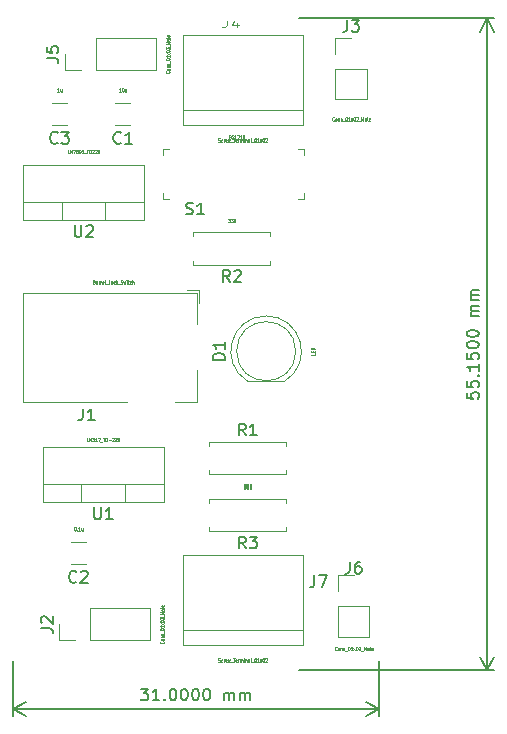
<source format=gbr>
%TF.GenerationSoftware,KiCad,Pcbnew,(6.0.7-1)-1*%
%TF.CreationDate,2022-08-03T11:09:00+05:30*%
%TF.ProjectId,Project2_Udemy,50726f6a-6563-4743-925f-5564656d792e,rev?*%
%TF.SameCoordinates,Original*%
%TF.FileFunction,Legend,Top*%
%TF.FilePolarity,Positive*%
%FSLAX46Y46*%
G04 Gerber Fmt 4.6, Leading zero omitted, Abs format (unit mm)*
G04 Created by KiCad (PCBNEW (6.0.7-1)-1) date 2022-08-03 11:09:00*
%MOMM*%
%LPD*%
G01*
G04 APERTURE LIST*
%ADD10C,0.150000*%
%ADD11C,0.062500*%
%ADD12C,0.125000*%
%ADD13C,0.120000*%
%ADD14C,0.100000*%
G04 APERTURE END LIST*
D10*
X169272380Y-98890238D02*
X169272380Y-99366428D01*
X169748571Y-99414047D01*
X169700952Y-99366428D01*
X169653333Y-99271190D01*
X169653333Y-99033095D01*
X169700952Y-98937857D01*
X169748571Y-98890238D01*
X169843809Y-98842619D01*
X170081904Y-98842619D01*
X170177142Y-98890238D01*
X170224761Y-98937857D01*
X170272380Y-99033095D01*
X170272380Y-99271190D01*
X170224761Y-99366428D01*
X170177142Y-99414047D01*
X169272380Y-97937857D02*
X169272380Y-98414047D01*
X169748571Y-98461666D01*
X169700952Y-98414047D01*
X169653333Y-98318809D01*
X169653333Y-98080714D01*
X169700952Y-97985476D01*
X169748571Y-97937857D01*
X169843809Y-97890238D01*
X170081904Y-97890238D01*
X170177142Y-97937857D01*
X170224761Y-97985476D01*
X170272380Y-98080714D01*
X170272380Y-98318809D01*
X170224761Y-98414047D01*
X170177142Y-98461666D01*
X170177142Y-97461666D02*
X170224761Y-97414047D01*
X170272380Y-97461666D01*
X170224761Y-97509285D01*
X170177142Y-97461666D01*
X170272380Y-97461666D01*
X170272380Y-96461666D02*
X170272380Y-97033095D01*
X170272380Y-96747380D02*
X169272380Y-96747380D01*
X169415238Y-96842619D01*
X169510476Y-96937857D01*
X169558095Y-97033095D01*
X169272380Y-95556904D02*
X169272380Y-96033095D01*
X169748571Y-96080714D01*
X169700952Y-96033095D01*
X169653333Y-95937857D01*
X169653333Y-95699761D01*
X169700952Y-95604523D01*
X169748571Y-95556904D01*
X169843809Y-95509285D01*
X170081904Y-95509285D01*
X170177142Y-95556904D01*
X170224761Y-95604523D01*
X170272380Y-95699761D01*
X170272380Y-95937857D01*
X170224761Y-96033095D01*
X170177142Y-96080714D01*
X169272380Y-94890238D02*
X169272380Y-94795000D01*
X169320000Y-94699761D01*
X169367619Y-94652142D01*
X169462857Y-94604523D01*
X169653333Y-94556904D01*
X169891428Y-94556904D01*
X170081904Y-94604523D01*
X170177142Y-94652142D01*
X170224761Y-94699761D01*
X170272380Y-94795000D01*
X170272380Y-94890238D01*
X170224761Y-94985476D01*
X170177142Y-95033095D01*
X170081904Y-95080714D01*
X169891428Y-95128333D01*
X169653333Y-95128333D01*
X169462857Y-95080714D01*
X169367619Y-95033095D01*
X169320000Y-94985476D01*
X169272380Y-94890238D01*
X169272380Y-93937857D02*
X169272380Y-93842619D01*
X169320000Y-93747380D01*
X169367619Y-93699761D01*
X169462857Y-93652142D01*
X169653333Y-93604523D01*
X169891428Y-93604523D01*
X170081904Y-93652142D01*
X170177142Y-93699761D01*
X170224761Y-93747380D01*
X170272380Y-93842619D01*
X170272380Y-93937857D01*
X170224761Y-94033095D01*
X170177142Y-94080714D01*
X170081904Y-94128333D01*
X169891428Y-94175952D01*
X169653333Y-94175952D01*
X169462857Y-94128333D01*
X169367619Y-94080714D01*
X169320000Y-94033095D01*
X169272380Y-93937857D01*
X170272380Y-92414047D02*
X169605714Y-92414047D01*
X169700952Y-92414047D02*
X169653333Y-92366428D01*
X169605714Y-92271190D01*
X169605714Y-92128333D01*
X169653333Y-92033095D01*
X169748571Y-91985476D01*
X170272380Y-91985476D01*
X169748571Y-91985476D02*
X169653333Y-91937857D01*
X169605714Y-91842619D01*
X169605714Y-91699761D01*
X169653333Y-91604523D01*
X169748571Y-91556904D01*
X170272380Y-91556904D01*
X170272380Y-91080714D02*
X169605714Y-91080714D01*
X169700952Y-91080714D02*
X169653333Y-91033095D01*
X169605714Y-90937857D01*
X169605714Y-90795000D01*
X169653333Y-90699761D01*
X169748571Y-90652142D01*
X170272380Y-90652142D01*
X169748571Y-90652142D02*
X169653333Y-90604523D01*
X169605714Y-90509285D01*
X169605714Y-90366428D01*
X169653333Y-90271190D01*
X169748571Y-90223571D01*
X170272380Y-90223571D01*
X155080000Y-67220000D02*
X171556420Y-67220000D01*
X155080000Y-122370000D02*
X171556420Y-122370000D01*
X170970000Y-67220000D02*
X170970000Y-122370000D01*
X170970000Y-67220000D02*
X170970000Y-122370000D01*
X170970000Y-67220000D02*
X170383579Y-68346504D01*
X170970000Y-67220000D02*
X171556421Y-68346504D01*
X170970000Y-122370000D02*
X171556421Y-121243496D01*
X170970000Y-122370000D02*
X170383579Y-121243496D01*
X141672407Y-123955748D02*
X142291454Y-123955948D01*
X141957998Y-124336793D01*
X142100855Y-124336839D01*
X142196078Y-124384488D01*
X142243682Y-124432123D01*
X142291270Y-124527376D01*
X142291193Y-124765472D01*
X142243543Y-124860694D01*
X142195909Y-124908298D01*
X142100656Y-124955886D01*
X141814941Y-124955794D01*
X141719719Y-124908144D01*
X141672115Y-124860510D01*
X143243513Y-124956255D02*
X142672084Y-124956071D01*
X142957798Y-124956163D02*
X142958121Y-123956163D01*
X142862837Y-124098989D01*
X142767568Y-124194197D01*
X142672315Y-124241785D01*
X143672115Y-124861155D02*
X143719718Y-124908790D01*
X143672084Y-124956393D01*
X143624480Y-124908759D01*
X143672115Y-124861155D01*
X143672084Y-124956393D01*
X144339073Y-123956608D02*
X144434311Y-123956639D01*
X144529534Y-124004289D01*
X144577138Y-124051923D01*
X144624726Y-124147177D01*
X144672284Y-124337668D01*
X144672207Y-124575763D01*
X144624526Y-124766224D01*
X144576877Y-124861447D01*
X144529242Y-124909051D01*
X144433989Y-124956639D01*
X144338751Y-124956608D01*
X144243528Y-124908959D01*
X144195924Y-124861324D01*
X144148336Y-124766071D01*
X144100778Y-124575579D01*
X144100855Y-124337484D01*
X144148536Y-124147023D01*
X144196185Y-124051800D01*
X144243820Y-124004197D01*
X144339073Y-123956608D01*
X145291454Y-123956916D02*
X145386692Y-123956946D01*
X145481915Y-124004596D01*
X145529519Y-124052230D01*
X145577107Y-124147484D01*
X145624665Y-124337975D01*
X145624588Y-124576071D01*
X145576907Y-124766531D01*
X145529258Y-124861754D01*
X145481623Y-124909358D01*
X145386370Y-124956946D01*
X145291132Y-124956915D01*
X145195909Y-124909266D01*
X145148305Y-124861631D01*
X145100717Y-124766378D01*
X145053159Y-124575886D01*
X145053236Y-124337791D01*
X145100917Y-124147330D01*
X145148566Y-124052108D01*
X145196201Y-124004504D01*
X145291454Y-123956916D01*
X146243835Y-123957223D02*
X146339073Y-123957253D01*
X146434296Y-124004903D01*
X146481900Y-124052538D01*
X146529488Y-124147791D01*
X146577045Y-124338283D01*
X146576969Y-124576378D01*
X146529288Y-124766839D01*
X146481638Y-124862061D01*
X146434004Y-124909665D01*
X146338751Y-124957253D01*
X146243512Y-124957223D01*
X146148290Y-124909573D01*
X146100686Y-124861939D01*
X146053098Y-124766685D01*
X146005540Y-124576194D01*
X146005617Y-124338098D01*
X146053297Y-124147637D01*
X146100947Y-124052415D01*
X146148582Y-124004811D01*
X146243835Y-123957223D01*
X147196216Y-123957530D02*
X147291454Y-123957561D01*
X147386677Y-124005210D01*
X147434280Y-124052845D01*
X147481869Y-124148098D01*
X147529426Y-124338590D01*
X147529350Y-124576685D01*
X147481669Y-124767146D01*
X147434019Y-124862369D01*
X147386385Y-124909972D01*
X147291131Y-124957561D01*
X147195893Y-124957530D01*
X147100671Y-124909880D01*
X147053067Y-124862246D01*
X147005479Y-124766992D01*
X146957921Y-124576501D01*
X146957998Y-124338406D01*
X147005678Y-124147945D01*
X147053328Y-124052722D01*
X147100963Y-124005118D01*
X147196216Y-123957530D01*
X148719703Y-124958021D02*
X148719918Y-124291355D01*
X148719887Y-124386593D02*
X148767522Y-124338989D01*
X148862775Y-124291401D01*
X149005632Y-124291447D01*
X149100855Y-124339097D01*
X149148443Y-124434350D01*
X149148274Y-124958160D01*
X149148443Y-124434350D02*
X149196093Y-124339128D01*
X149291346Y-124291539D01*
X149434204Y-124291585D01*
X149529426Y-124339235D01*
X149577015Y-124434488D01*
X149576846Y-124958298D01*
X150053036Y-124958452D02*
X150053251Y-124291785D01*
X150053220Y-124387023D02*
X150100855Y-124339419D01*
X150196108Y-124291831D01*
X150338965Y-124291877D01*
X150434188Y-124339527D01*
X150481776Y-124434780D01*
X150481607Y-124958590D01*
X150481776Y-124434780D02*
X150529426Y-124339558D01*
X150624680Y-124291969D01*
X150767537Y-124292015D01*
X150862760Y-124339665D01*
X150910348Y-124434919D01*
X150910179Y-124958728D01*
X130839839Y-121580000D02*
X130838337Y-126236293D01*
X161839839Y-121590000D02*
X161838337Y-126246293D01*
X130838526Y-125649873D02*
X161838526Y-125659873D01*
X130838526Y-125649873D02*
X161838526Y-125659873D01*
X130838526Y-125649873D02*
X131964841Y-126236657D01*
X130838526Y-125649873D02*
X131965219Y-125063816D01*
X161838526Y-125659873D02*
X160712211Y-125073089D01*
X161838526Y-125659873D02*
X160711833Y-126245930D01*
%TO.C,C3*%
X134613333Y-77729142D02*
X134565714Y-77776761D01*
X134422857Y-77824380D01*
X134327619Y-77824380D01*
X134184761Y-77776761D01*
X134089523Y-77681523D01*
X134041904Y-77586285D01*
X133994285Y-77395809D01*
X133994285Y-77252952D01*
X134041904Y-77062476D01*
X134089523Y-76967238D01*
X134184761Y-76872000D01*
X134327619Y-76824380D01*
X134422857Y-76824380D01*
X134565714Y-76872000D01*
X134613333Y-76919619D01*
X134946666Y-76824380D02*
X135565714Y-76824380D01*
X135232380Y-77205333D01*
X135375238Y-77205333D01*
X135470476Y-77252952D01*
X135518095Y-77300571D01*
X135565714Y-77395809D01*
X135565714Y-77633904D01*
X135518095Y-77729142D01*
X135470476Y-77776761D01*
X135375238Y-77824380D01*
X135089523Y-77824380D01*
X134994285Y-77776761D01*
X134946666Y-77729142D01*
D11*
X134738333Y-73407714D02*
X134595476Y-73407714D01*
X134666904Y-73407714D02*
X134666904Y-73107714D01*
X134643095Y-73150571D01*
X134619285Y-73179142D01*
X134595476Y-73193428D01*
X134952619Y-73207714D02*
X134952619Y-73407714D01*
X134845476Y-73207714D02*
X134845476Y-73364857D01*
X134857380Y-73393428D01*
X134881190Y-73407714D01*
X134916904Y-73407714D01*
X134940714Y-73393428D01*
X134952619Y-73379142D01*
D10*
%TO.C,J7*%
X156356666Y-114362380D02*
X156356666Y-115076666D01*
X156309047Y-115219523D01*
X156213809Y-115314761D01*
X156070952Y-115362380D01*
X155975714Y-115362380D01*
X156737619Y-114362380D02*
X157404285Y-114362380D01*
X156975714Y-115362380D01*
D11*
X148214476Y-121671428D02*
X148250190Y-121685714D01*
X148309714Y-121685714D01*
X148333523Y-121671428D01*
X148345428Y-121657142D01*
X148357333Y-121628571D01*
X148357333Y-121600000D01*
X148345428Y-121571428D01*
X148333523Y-121557142D01*
X148309714Y-121542857D01*
X148262095Y-121528571D01*
X148238285Y-121514285D01*
X148226380Y-121500000D01*
X148214476Y-121471428D01*
X148214476Y-121442857D01*
X148226380Y-121414285D01*
X148238285Y-121400000D01*
X148262095Y-121385714D01*
X148321619Y-121385714D01*
X148357333Y-121400000D01*
X148571619Y-121671428D02*
X148547809Y-121685714D01*
X148500190Y-121685714D01*
X148476380Y-121671428D01*
X148464476Y-121657142D01*
X148452571Y-121628571D01*
X148452571Y-121542857D01*
X148464476Y-121514285D01*
X148476380Y-121500000D01*
X148500190Y-121485714D01*
X148547809Y-121485714D01*
X148571619Y-121500000D01*
X148678761Y-121685714D02*
X148678761Y-121485714D01*
X148678761Y-121542857D02*
X148690666Y-121514285D01*
X148702571Y-121500000D01*
X148726380Y-121485714D01*
X148750190Y-121485714D01*
X148928761Y-121671428D02*
X148904952Y-121685714D01*
X148857333Y-121685714D01*
X148833523Y-121671428D01*
X148821619Y-121642857D01*
X148821619Y-121528571D01*
X148833523Y-121500000D01*
X148857333Y-121485714D01*
X148904952Y-121485714D01*
X148928761Y-121500000D01*
X148940666Y-121528571D01*
X148940666Y-121557142D01*
X148821619Y-121585714D01*
X149024000Y-121485714D02*
X149071619Y-121685714D01*
X149119238Y-121542857D01*
X149166857Y-121685714D01*
X149214476Y-121485714D01*
X149250190Y-121714285D02*
X149440666Y-121714285D01*
X149464476Y-121385714D02*
X149607333Y-121385714D01*
X149535904Y-121685714D02*
X149535904Y-121385714D01*
X149785904Y-121671428D02*
X149762095Y-121685714D01*
X149714476Y-121685714D01*
X149690666Y-121671428D01*
X149678761Y-121642857D01*
X149678761Y-121528571D01*
X149690666Y-121500000D01*
X149714476Y-121485714D01*
X149762095Y-121485714D01*
X149785904Y-121500000D01*
X149797809Y-121528571D01*
X149797809Y-121557142D01*
X149678761Y-121585714D01*
X149904952Y-121685714D02*
X149904952Y-121485714D01*
X149904952Y-121542857D02*
X149916857Y-121514285D01*
X149928761Y-121500000D01*
X149952571Y-121485714D01*
X149976380Y-121485714D01*
X150059714Y-121685714D02*
X150059714Y-121485714D01*
X150059714Y-121514285D02*
X150071619Y-121500000D01*
X150095428Y-121485714D01*
X150131142Y-121485714D01*
X150154952Y-121500000D01*
X150166857Y-121528571D01*
X150166857Y-121685714D01*
X150166857Y-121528571D02*
X150178761Y-121500000D01*
X150202571Y-121485714D01*
X150238285Y-121485714D01*
X150262095Y-121500000D01*
X150274000Y-121528571D01*
X150274000Y-121685714D01*
X150393047Y-121685714D02*
X150393047Y-121485714D01*
X150393047Y-121385714D02*
X150381142Y-121400000D01*
X150393047Y-121414285D01*
X150404952Y-121400000D01*
X150393047Y-121385714D01*
X150393047Y-121414285D01*
X150512095Y-121485714D02*
X150512095Y-121685714D01*
X150512095Y-121514285D02*
X150524000Y-121500000D01*
X150547809Y-121485714D01*
X150583523Y-121485714D01*
X150607333Y-121500000D01*
X150619238Y-121528571D01*
X150619238Y-121685714D01*
X150845428Y-121685714D02*
X150845428Y-121528571D01*
X150833523Y-121500000D01*
X150809714Y-121485714D01*
X150762095Y-121485714D01*
X150738285Y-121500000D01*
X150845428Y-121671428D02*
X150821619Y-121685714D01*
X150762095Y-121685714D01*
X150738285Y-121671428D01*
X150726380Y-121642857D01*
X150726380Y-121614285D01*
X150738285Y-121585714D01*
X150762095Y-121571428D01*
X150821619Y-121571428D01*
X150845428Y-121557142D01*
X151000190Y-121685714D02*
X150976380Y-121671428D01*
X150964476Y-121642857D01*
X150964476Y-121385714D01*
X151035904Y-121714285D02*
X151226380Y-121714285D01*
X151333523Y-121385714D02*
X151357333Y-121385714D01*
X151381142Y-121400000D01*
X151393047Y-121414285D01*
X151404952Y-121442857D01*
X151416857Y-121500000D01*
X151416857Y-121571428D01*
X151404952Y-121628571D01*
X151393047Y-121657142D01*
X151381142Y-121671428D01*
X151357333Y-121685714D01*
X151333523Y-121685714D01*
X151309714Y-121671428D01*
X151297809Y-121657142D01*
X151285904Y-121628571D01*
X151274000Y-121571428D01*
X151274000Y-121500000D01*
X151285904Y-121442857D01*
X151297809Y-121414285D01*
X151309714Y-121400000D01*
X151333523Y-121385714D01*
X151654952Y-121685714D02*
X151512095Y-121685714D01*
X151583523Y-121685714D02*
X151583523Y-121385714D01*
X151559714Y-121428571D01*
X151535904Y-121457142D01*
X151512095Y-121471428D01*
X151738285Y-121685714D02*
X151869238Y-121485714D01*
X151738285Y-121485714D02*
X151869238Y-121685714D01*
X152012095Y-121385714D02*
X152035904Y-121385714D01*
X152059714Y-121400000D01*
X152071619Y-121414285D01*
X152083523Y-121442857D01*
X152095428Y-121500000D01*
X152095428Y-121571428D01*
X152083523Y-121628571D01*
X152071619Y-121657142D01*
X152059714Y-121671428D01*
X152035904Y-121685714D01*
X152012095Y-121685714D01*
X151988285Y-121671428D01*
X151976380Y-121657142D01*
X151964476Y-121628571D01*
X151952571Y-121571428D01*
X151952571Y-121500000D01*
X151964476Y-121442857D01*
X151976380Y-121414285D01*
X151988285Y-121400000D01*
X152012095Y-121385714D01*
X152190666Y-121414285D02*
X152202571Y-121400000D01*
X152226380Y-121385714D01*
X152285904Y-121385714D01*
X152309714Y-121400000D01*
X152321619Y-121414285D01*
X152333523Y-121442857D01*
X152333523Y-121471428D01*
X152321619Y-121514285D01*
X152178761Y-121685714D01*
X152333523Y-121685714D01*
D10*
%TO.C,J6*%
X159356666Y-113222380D02*
X159356666Y-113936666D01*
X159309047Y-114079523D01*
X159213809Y-114174761D01*
X159070952Y-114222380D01*
X158975714Y-114222380D01*
X160261428Y-113222380D02*
X160070952Y-113222380D01*
X159975714Y-113270000D01*
X159928095Y-113317619D01*
X159832857Y-113460476D01*
X159785238Y-113650952D01*
X159785238Y-114031904D01*
X159832857Y-114127142D01*
X159880476Y-114174761D01*
X159975714Y-114222380D01*
X160166190Y-114222380D01*
X160261428Y-114174761D01*
X160309047Y-114127142D01*
X160356666Y-114031904D01*
X160356666Y-113793809D01*
X160309047Y-113698571D01*
X160261428Y-113650952D01*
X160166190Y-113603333D01*
X159975714Y-113603333D01*
X159880476Y-113650952D01*
X159832857Y-113698571D01*
X159785238Y-113793809D01*
D11*
X158231666Y-120687142D02*
X158219761Y-120701428D01*
X158184047Y-120715714D01*
X158160238Y-120715714D01*
X158124523Y-120701428D01*
X158100714Y-120672857D01*
X158088809Y-120644285D01*
X158076904Y-120587142D01*
X158076904Y-120544285D01*
X158088809Y-120487142D01*
X158100714Y-120458571D01*
X158124523Y-120430000D01*
X158160238Y-120415714D01*
X158184047Y-120415714D01*
X158219761Y-120430000D01*
X158231666Y-120444285D01*
X158374523Y-120715714D02*
X158350714Y-120701428D01*
X158338809Y-120687142D01*
X158326904Y-120658571D01*
X158326904Y-120572857D01*
X158338809Y-120544285D01*
X158350714Y-120530000D01*
X158374523Y-120515714D01*
X158410238Y-120515714D01*
X158434047Y-120530000D01*
X158445952Y-120544285D01*
X158457857Y-120572857D01*
X158457857Y-120658571D01*
X158445952Y-120687142D01*
X158434047Y-120701428D01*
X158410238Y-120715714D01*
X158374523Y-120715714D01*
X158565000Y-120515714D02*
X158565000Y-120715714D01*
X158565000Y-120544285D02*
X158576904Y-120530000D01*
X158600714Y-120515714D01*
X158636428Y-120515714D01*
X158660238Y-120530000D01*
X158672142Y-120558571D01*
X158672142Y-120715714D01*
X158791190Y-120515714D02*
X158791190Y-120715714D01*
X158791190Y-120544285D02*
X158803095Y-120530000D01*
X158826904Y-120515714D01*
X158862619Y-120515714D01*
X158886428Y-120530000D01*
X158898333Y-120558571D01*
X158898333Y-120715714D01*
X158957857Y-120744285D02*
X159148333Y-120744285D01*
X159255476Y-120415714D02*
X159279285Y-120415714D01*
X159303095Y-120430000D01*
X159315000Y-120444285D01*
X159326904Y-120472857D01*
X159338809Y-120530000D01*
X159338809Y-120601428D01*
X159326904Y-120658571D01*
X159315000Y-120687142D01*
X159303095Y-120701428D01*
X159279285Y-120715714D01*
X159255476Y-120715714D01*
X159231666Y-120701428D01*
X159219761Y-120687142D01*
X159207857Y-120658571D01*
X159195952Y-120601428D01*
X159195952Y-120530000D01*
X159207857Y-120472857D01*
X159219761Y-120444285D01*
X159231666Y-120430000D01*
X159255476Y-120415714D01*
X159576904Y-120715714D02*
X159434047Y-120715714D01*
X159505476Y-120715714D02*
X159505476Y-120415714D01*
X159481666Y-120458571D01*
X159457857Y-120487142D01*
X159434047Y-120501428D01*
X159660238Y-120715714D02*
X159791190Y-120515714D01*
X159660238Y-120515714D02*
X159791190Y-120715714D01*
X159934047Y-120415714D02*
X159957857Y-120415714D01*
X159981666Y-120430000D01*
X159993571Y-120444285D01*
X160005476Y-120472857D01*
X160017380Y-120530000D01*
X160017380Y-120601428D01*
X160005476Y-120658571D01*
X159993571Y-120687142D01*
X159981666Y-120701428D01*
X159957857Y-120715714D01*
X159934047Y-120715714D01*
X159910238Y-120701428D01*
X159898333Y-120687142D01*
X159886428Y-120658571D01*
X159874523Y-120601428D01*
X159874523Y-120530000D01*
X159886428Y-120472857D01*
X159898333Y-120444285D01*
X159910238Y-120430000D01*
X159934047Y-120415714D01*
X160112619Y-120444285D02*
X160124523Y-120430000D01*
X160148333Y-120415714D01*
X160207857Y-120415714D01*
X160231666Y-120430000D01*
X160243571Y-120444285D01*
X160255476Y-120472857D01*
X160255476Y-120501428D01*
X160243571Y-120544285D01*
X160100714Y-120715714D01*
X160255476Y-120715714D01*
X160303095Y-120744285D02*
X160493571Y-120744285D01*
X160553095Y-120715714D02*
X160553095Y-120415714D01*
X160636428Y-120630000D01*
X160719761Y-120415714D01*
X160719761Y-120715714D01*
X160945952Y-120715714D02*
X160945952Y-120558571D01*
X160934047Y-120530000D01*
X160910238Y-120515714D01*
X160862619Y-120515714D01*
X160838809Y-120530000D01*
X160945952Y-120701428D02*
X160922142Y-120715714D01*
X160862619Y-120715714D01*
X160838809Y-120701428D01*
X160826904Y-120672857D01*
X160826904Y-120644285D01*
X160838809Y-120615714D01*
X160862619Y-120601428D01*
X160922142Y-120601428D01*
X160945952Y-120587142D01*
X161100714Y-120715714D02*
X161076904Y-120701428D01*
X161065000Y-120672857D01*
X161065000Y-120415714D01*
X161291190Y-120701428D02*
X161267380Y-120715714D01*
X161219761Y-120715714D01*
X161195952Y-120701428D01*
X161184047Y-120672857D01*
X161184047Y-120558571D01*
X161195952Y-120530000D01*
X161219761Y-120515714D01*
X161267380Y-120515714D01*
X161291190Y-120530000D01*
X161303095Y-120558571D01*
X161303095Y-120587142D01*
X161184047Y-120615714D01*
D12*
%TO.C,J4*%
X148924666Y-67428190D02*
X148924666Y-67785333D01*
X148877047Y-67856761D01*
X148781809Y-67904380D01*
X148638952Y-67928190D01*
X148543714Y-67928190D01*
X149829428Y-67594857D02*
X149829428Y-67928190D01*
X149591333Y-67404380D02*
X149353238Y-67761523D01*
X149972285Y-67761523D01*
D11*
X148214476Y-77643428D02*
X148250190Y-77657714D01*
X148309714Y-77657714D01*
X148333523Y-77643428D01*
X148345428Y-77629142D01*
X148357333Y-77600571D01*
X148357333Y-77572000D01*
X148345428Y-77543428D01*
X148333523Y-77529142D01*
X148309714Y-77514857D01*
X148262095Y-77500571D01*
X148238285Y-77486285D01*
X148226380Y-77472000D01*
X148214476Y-77443428D01*
X148214476Y-77414857D01*
X148226380Y-77386285D01*
X148238285Y-77372000D01*
X148262095Y-77357714D01*
X148321619Y-77357714D01*
X148357333Y-77372000D01*
X148571619Y-77643428D02*
X148547809Y-77657714D01*
X148500190Y-77657714D01*
X148476380Y-77643428D01*
X148464476Y-77629142D01*
X148452571Y-77600571D01*
X148452571Y-77514857D01*
X148464476Y-77486285D01*
X148476380Y-77472000D01*
X148500190Y-77457714D01*
X148547809Y-77457714D01*
X148571619Y-77472000D01*
X148678761Y-77657714D02*
X148678761Y-77457714D01*
X148678761Y-77514857D02*
X148690666Y-77486285D01*
X148702571Y-77472000D01*
X148726380Y-77457714D01*
X148750190Y-77457714D01*
X148928761Y-77643428D02*
X148904952Y-77657714D01*
X148857333Y-77657714D01*
X148833523Y-77643428D01*
X148821619Y-77614857D01*
X148821619Y-77500571D01*
X148833523Y-77472000D01*
X148857333Y-77457714D01*
X148904952Y-77457714D01*
X148928761Y-77472000D01*
X148940666Y-77500571D01*
X148940666Y-77529142D01*
X148821619Y-77557714D01*
X149024000Y-77457714D02*
X149071619Y-77657714D01*
X149119238Y-77514857D01*
X149166857Y-77657714D01*
X149214476Y-77457714D01*
X149250190Y-77686285D02*
X149440666Y-77686285D01*
X149464476Y-77357714D02*
X149607333Y-77357714D01*
X149535904Y-77657714D02*
X149535904Y-77357714D01*
X149785904Y-77643428D02*
X149762095Y-77657714D01*
X149714476Y-77657714D01*
X149690666Y-77643428D01*
X149678761Y-77614857D01*
X149678761Y-77500571D01*
X149690666Y-77472000D01*
X149714476Y-77457714D01*
X149762095Y-77457714D01*
X149785904Y-77472000D01*
X149797809Y-77500571D01*
X149797809Y-77529142D01*
X149678761Y-77557714D01*
X149904952Y-77657714D02*
X149904952Y-77457714D01*
X149904952Y-77514857D02*
X149916857Y-77486285D01*
X149928761Y-77472000D01*
X149952571Y-77457714D01*
X149976380Y-77457714D01*
X150059714Y-77657714D02*
X150059714Y-77457714D01*
X150059714Y-77486285D02*
X150071619Y-77472000D01*
X150095428Y-77457714D01*
X150131142Y-77457714D01*
X150154952Y-77472000D01*
X150166857Y-77500571D01*
X150166857Y-77657714D01*
X150166857Y-77500571D02*
X150178761Y-77472000D01*
X150202571Y-77457714D01*
X150238285Y-77457714D01*
X150262095Y-77472000D01*
X150274000Y-77500571D01*
X150274000Y-77657714D01*
X150393047Y-77657714D02*
X150393047Y-77457714D01*
X150393047Y-77357714D02*
X150381142Y-77372000D01*
X150393047Y-77386285D01*
X150404952Y-77372000D01*
X150393047Y-77357714D01*
X150393047Y-77386285D01*
X150512095Y-77457714D02*
X150512095Y-77657714D01*
X150512095Y-77486285D02*
X150524000Y-77472000D01*
X150547809Y-77457714D01*
X150583523Y-77457714D01*
X150607333Y-77472000D01*
X150619238Y-77500571D01*
X150619238Y-77657714D01*
X150845428Y-77657714D02*
X150845428Y-77500571D01*
X150833523Y-77472000D01*
X150809714Y-77457714D01*
X150762095Y-77457714D01*
X150738285Y-77472000D01*
X150845428Y-77643428D02*
X150821619Y-77657714D01*
X150762095Y-77657714D01*
X150738285Y-77643428D01*
X150726380Y-77614857D01*
X150726380Y-77586285D01*
X150738285Y-77557714D01*
X150762095Y-77543428D01*
X150821619Y-77543428D01*
X150845428Y-77529142D01*
X151000190Y-77657714D02*
X150976380Y-77643428D01*
X150964476Y-77614857D01*
X150964476Y-77357714D01*
X151035904Y-77686285D02*
X151226380Y-77686285D01*
X151333523Y-77357714D02*
X151357333Y-77357714D01*
X151381142Y-77372000D01*
X151393047Y-77386285D01*
X151404952Y-77414857D01*
X151416857Y-77472000D01*
X151416857Y-77543428D01*
X151404952Y-77600571D01*
X151393047Y-77629142D01*
X151381142Y-77643428D01*
X151357333Y-77657714D01*
X151333523Y-77657714D01*
X151309714Y-77643428D01*
X151297809Y-77629142D01*
X151285904Y-77600571D01*
X151274000Y-77543428D01*
X151274000Y-77472000D01*
X151285904Y-77414857D01*
X151297809Y-77386285D01*
X151309714Y-77372000D01*
X151333523Y-77357714D01*
X151654952Y-77657714D02*
X151512095Y-77657714D01*
X151583523Y-77657714D02*
X151583523Y-77357714D01*
X151559714Y-77400571D01*
X151535904Y-77429142D01*
X151512095Y-77443428D01*
X151738285Y-77657714D02*
X151869238Y-77457714D01*
X151738285Y-77457714D02*
X151869238Y-77657714D01*
X152012095Y-77357714D02*
X152035904Y-77357714D01*
X152059714Y-77372000D01*
X152071619Y-77386285D01*
X152083523Y-77414857D01*
X152095428Y-77472000D01*
X152095428Y-77543428D01*
X152083523Y-77600571D01*
X152071619Y-77629142D01*
X152059714Y-77643428D01*
X152035904Y-77657714D01*
X152012095Y-77657714D01*
X151988285Y-77643428D01*
X151976380Y-77629142D01*
X151964476Y-77600571D01*
X151952571Y-77543428D01*
X151952571Y-77472000D01*
X151964476Y-77414857D01*
X151976380Y-77386285D01*
X151988285Y-77372000D01*
X152012095Y-77357714D01*
X152190666Y-77386285D02*
X152202571Y-77372000D01*
X152226380Y-77357714D01*
X152285904Y-77357714D01*
X152309714Y-77372000D01*
X152321619Y-77386285D01*
X152333523Y-77414857D01*
X152333523Y-77443428D01*
X152321619Y-77486285D01*
X152178761Y-77657714D01*
X152333523Y-77657714D01*
D10*
%TO.C,C2*%
X136213333Y-114897142D02*
X136165714Y-114944761D01*
X136022857Y-114992380D01*
X135927619Y-114992380D01*
X135784761Y-114944761D01*
X135689523Y-114849523D01*
X135641904Y-114754285D01*
X135594285Y-114563809D01*
X135594285Y-114420952D01*
X135641904Y-114230476D01*
X135689523Y-114135238D01*
X135784761Y-114040000D01*
X135927619Y-113992380D01*
X136022857Y-113992380D01*
X136165714Y-114040000D01*
X136213333Y-114087619D01*
X136594285Y-114087619D02*
X136641904Y-114040000D01*
X136737142Y-113992380D01*
X136975238Y-113992380D01*
X137070476Y-114040000D01*
X137118095Y-114087619D01*
X137165714Y-114182857D01*
X137165714Y-114278095D01*
X137118095Y-114420952D01*
X136546666Y-114992380D01*
X137165714Y-114992380D01*
D11*
X136076428Y-110275714D02*
X136100238Y-110275714D01*
X136124047Y-110290000D01*
X136135952Y-110304285D01*
X136147857Y-110332857D01*
X136159761Y-110390000D01*
X136159761Y-110461428D01*
X136147857Y-110518571D01*
X136135952Y-110547142D01*
X136124047Y-110561428D01*
X136100238Y-110575714D01*
X136076428Y-110575714D01*
X136052619Y-110561428D01*
X136040714Y-110547142D01*
X136028809Y-110518571D01*
X136016904Y-110461428D01*
X136016904Y-110390000D01*
X136028809Y-110332857D01*
X136040714Y-110304285D01*
X136052619Y-110290000D01*
X136076428Y-110275714D01*
X136266904Y-110547142D02*
X136278809Y-110561428D01*
X136266904Y-110575714D01*
X136255000Y-110561428D01*
X136266904Y-110547142D01*
X136266904Y-110575714D01*
X136516904Y-110575714D02*
X136374047Y-110575714D01*
X136445476Y-110575714D02*
X136445476Y-110275714D01*
X136421666Y-110318571D01*
X136397857Y-110347142D01*
X136374047Y-110361428D01*
X136731190Y-110375714D02*
X136731190Y-110575714D01*
X136624047Y-110375714D02*
X136624047Y-110532857D01*
X136635952Y-110561428D01*
X136659761Y-110575714D01*
X136695476Y-110575714D01*
X136719285Y-110561428D01*
X136731190Y-110547142D01*
D10*
%TO.C,S1*%
X145498095Y-83764761D02*
X145640952Y-83812380D01*
X145879047Y-83812380D01*
X145974285Y-83764761D01*
X146021904Y-83717142D01*
X146069523Y-83621904D01*
X146069523Y-83526666D01*
X146021904Y-83431428D01*
X145974285Y-83383809D01*
X145879047Y-83336190D01*
X145688571Y-83288571D01*
X145593333Y-83240952D01*
X145545714Y-83193333D01*
X145498095Y-83098095D01*
X145498095Y-83002857D01*
X145545714Y-82907619D01*
X145593333Y-82860000D01*
X145688571Y-82812380D01*
X145926666Y-82812380D01*
X146069523Y-82860000D01*
X147021904Y-83812380D02*
X146450476Y-83812380D01*
X146736190Y-83812380D02*
X146736190Y-82812380D01*
X146640952Y-82955238D01*
X146545714Y-83050476D01*
X146450476Y-83098095D01*
D11*
X149105238Y-77228571D02*
X149188571Y-77228571D01*
X149224285Y-77385714D02*
X149105238Y-77385714D01*
X149105238Y-77085714D01*
X149224285Y-77085714D01*
X149462380Y-77100000D02*
X149438571Y-77085714D01*
X149402857Y-77085714D01*
X149367142Y-77100000D01*
X149343333Y-77128571D01*
X149331428Y-77157142D01*
X149319523Y-77214285D01*
X149319523Y-77257142D01*
X149331428Y-77314285D01*
X149343333Y-77342857D01*
X149367142Y-77371428D01*
X149402857Y-77385714D01*
X149426666Y-77385714D01*
X149462380Y-77371428D01*
X149474285Y-77357142D01*
X149474285Y-77257142D01*
X149426666Y-77257142D01*
X149712380Y-77385714D02*
X149569523Y-77385714D01*
X149640952Y-77385714D02*
X149640952Y-77085714D01*
X149617142Y-77128571D01*
X149593333Y-77157142D01*
X149569523Y-77171428D01*
X149807619Y-77114285D02*
X149819523Y-77100000D01*
X149843333Y-77085714D01*
X149902857Y-77085714D01*
X149926666Y-77100000D01*
X149938571Y-77114285D01*
X149950476Y-77142857D01*
X149950476Y-77171428D01*
X149938571Y-77214285D01*
X149795714Y-77385714D01*
X149950476Y-77385714D01*
X150188571Y-77385714D02*
X150045714Y-77385714D01*
X150117142Y-77385714D02*
X150117142Y-77085714D01*
X150093333Y-77128571D01*
X150069523Y-77157142D01*
X150045714Y-77171428D01*
X150331428Y-77214285D02*
X150307619Y-77200000D01*
X150295714Y-77185714D01*
X150283809Y-77157142D01*
X150283809Y-77142857D01*
X150295714Y-77114285D01*
X150307619Y-77100000D01*
X150331428Y-77085714D01*
X150379047Y-77085714D01*
X150402857Y-77100000D01*
X150414761Y-77114285D01*
X150426666Y-77142857D01*
X150426666Y-77157142D01*
X150414761Y-77185714D01*
X150402857Y-77200000D01*
X150379047Y-77214285D01*
X150331428Y-77214285D01*
X150307619Y-77228571D01*
X150295714Y-77242857D01*
X150283809Y-77271428D01*
X150283809Y-77328571D01*
X150295714Y-77357142D01*
X150307619Y-77371428D01*
X150331428Y-77385714D01*
X150379047Y-77385714D01*
X150402857Y-77371428D01*
X150414761Y-77357142D01*
X150426666Y-77328571D01*
X150426666Y-77271428D01*
X150414761Y-77242857D01*
X150402857Y-77228571D01*
X150379047Y-77214285D01*
D10*
%TO.C,U1*%
X137718095Y-108612380D02*
X137718095Y-109421904D01*
X137765714Y-109517142D01*
X137813333Y-109564761D01*
X137908571Y-109612380D01*
X138099047Y-109612380D01*
X138194285Y-109564761D01*
X138241904Y-109517142D01*
X138289523Y-109421904D01*
X138289523Y-108612380D01*
X139289523Y-109612380D02*
X138718095Y-109612380D01*
X139003809Y-109612380D02*
X139003809Y-108612380D01*
X138908571Y-108755238D01*
X138813333Y-108850476D01*
X138718095Y-108898095D01*
D11*
X137204047Y-103015714D02*
X137085000Y-103015714D01*
X137085000Y-102715714D01*
X137287380Y-103015714D02*
X137287380Y-102715714D01*
X137370714Y-102930000D01*
X137454047Y-102715714D01*
X137454047Y-103015714D01*
X137549285Y-102715714D02*
X137704047Y-102715714D01*
X137620714Y-102830000D01*
X137656428Y-102830000D01*
X137680238Y-102844285D01*
X137692142Y-102858571D01*
X137704047Y-102887142D01*
X137704047Y-102958571D01*
X137692142Y-102987142D01*
X137680238Y-103001428D01*
X137656428Y-103015714D01*
X137585000Y-103015714D01*
X137561190Y-103001428D01*
X137549285Y-102987142D01*
X137942142Y-103015714D02*
X137799285Y-103015714D01*
X137870714Y-103015714D02*
X137870714Y-102715714D01*
X137846904Y-102758571D01*
X137823095Y-102787142D01*
X137799285Y-102801428D01*
X138025476Y-102715714D02*
X138192142Y-102715714D01*
X138085000Y-103015714D01*
X138227857Y-103044285D02*
X138418333Y-103044285D01*
X138442142Y-102715714D02*
X138585000Y-102715714D01*
X138513571Y-103015714D02*
X138513571Y-102715714D01*
X138715952Y-102715714D02*
X138763571Y-102715714D01*
X138787380Y-102730000D01*
X138811190Y-102758571D01*
X138823095Y-102815714D01*
X138823095Y-102915714D01*
X138811190Y-102972857D01*
X138787380Y-103001428D01*
X138763571Y-103015714D01*
X138715952Y-103015714D01*
X138692142Y-103001428D01*
X138668333Y-102972857D01*
X138656428Y-102915714D01*
X138656428Y-102815714D01*
X138668333Y-102758571D01*
X138692142Y-102730000D01*
X138715952Y-102715714D01*
X138930238Y-102901428D02*
X139120714Y-102901428D01*
X139227857Y-102744285D02*
X139239761Y-102730000D01*
X139263571Y-102715714D01*
X139323095Y-102715714D01*
X139346904Y-102730000D01*
X139358809Y-102744285D01*
X139370714Y-102772857D01*
X139370714Y-102801428D01*
X139358809Y-102844285D01*
X139215952Y-103015714D01*
X139370714Y-103015714D01*
X139465952Y-102744285D02*
X139477857Y-102730000D01*
X139501666Y-102715714D01*
X139561190Y-102715714D01*
X139585000Y-102730000D01*
X139596904Y-102744285D01*
X139608809Y-102772857D01*
X139608809Y-102801428D01*
X139596904Y-102844285D01*
X139454047Y-103015714D01*
X139608809Y-103015714D01*
X139763571Y-102715714D02*
X139787380Y-102715714D01*
X139811190Y-102730000D01*
X139823095Y-102744285D01*
X139835000Y-102772857D01*
X139846904Y-102830000D01*
X139846904Y-102901428D01*
X139835000Y-102958571D01*
X139823095Y-102987142D01*
X139811190Y-103001428D01*
X139787380Y-103015714D01*
X139763571Y-103015714D01*
X139739761Y-103001428D01*
X139727857Y-102987142D01*
X139715952Y-102958571D01*
X139704047Y-102901428D01*
X139704047Y-102830000D01*
X139715952Y-102772857D01*
X139727857Y-102744285D01*
X139739761Y-102730000D01*
X139763571Y-102715714D01*
D10*
%TO.C,R2*%
X149193333Y-89532380D02*
X148860000Y-89056190D01*
X148621904Y-89532380D02*
X148621904Y-88532380D01*
X149002857Y-88532380D01*
X149098095Y-88580000D01*
X149145714Y-88627619D01*
X149193333Y-88722857D01*
X149193333Y-88865714D01*
X149145714Y-88960952D01*
X149098095Y-89008571D01*
X149002857Y-89056190D01*
X148621904Y-89056190D01*
X149574285Y-88627619D02*
X149621904Y-88580000D01*
X149717142Y-88532380D01*
X149955238Y-88532380D01*
X150050476Y-88580000D01*
X150098095Y-88627619D01*
X150145714Y-88722857D01*
X150145714Y-88818095D01*
X150098095Y-88960952D01*
X149526666Y-89532380D01*
X150145714Y-89532380D01*
D11*
X149038571Y-84175714D02*
X149193333Y-84175714D01*
X149110000Y-84290000D01*
X149145714Y-84290000D01*
X149169523Y-84304285D01*
X149181428Y-84318571D01*
X149193333Y-84347142D01*
X149193333Y-84418571D01*
X149181428Y-84447142D01*
X149169523Y-84461428D01*
X149145714Y-84475714D01*
X149074285Y-84475714D01*
X149050476Y-84461428D01*
X149038571Y-84447142D01*
X149276666Y-84175714D02*
X149431428Y-84175714D01*
X149348095Y-84290000D01*
X149383809Y-84290000D01*
X149407619Y-84304285D01*
X149419523Y-84318571D01*
X149431428Y-84347142D01*
X149431428Y-84418571D01*
X149419523Y-84447142D01*
X149407619Y-84461428D01*
X149383809Y-84475714D01*
X149312380Y-84475714D01*
X149288571Y-84461428D01*
X149276666Y-84447142D01*
X149586190Y-84175714D02*
X149610000Y-84175714D01*
X149633809Y-84190000D01*
X149645714Y-84204285D01*
X149657619Y-84232857D01*
X149669523Y-84290000D01*
X149669523Y-84361428D01*
X149657619Y-84418571D01*
X149645714Y-84447142D01*
X149633809Y-84461428D01*
X149610000Y-84475714D01*
X149586190Y-84475714D01*
X149562380Y-84461428D01*
X149550476Y-84447142D01*
X149538571Y-84418571D01*
X149526666Y-84361428D01*
X149526666Y-84290000D01*
X149538571Y-84232857D01*
X149550476Y-84204285D01*
X149562380Y-84190000D01*
X149586190Y-84175714D01*
D10*
%TO.C,C1*%
X139967333Y-77729142D02*
X139919714Y-77776761D01*
X139776857Y-77824380D01*
X139681619Y-77824380D01*
X139538761Y-77776761D01*
X139443523Y-77681523D01*
X139395904Y-77586285D01*
X139348285Y-77395809D01*
X139348285Y-77252952D01*
X139395904Y-77062476D01*
X139443523Y-76967238D01*
X139538761Y-76872000D01*
X139681619Y-76824380D01*
X139776857Y-76824380D01*
X139919714Y-76872000D01*
X139967333Y-76919619D01*
X140919714Y-77824380D02*
X140348285Y-77824380D01*
X140634000Y-77824380D02*
X140634000Y-76824380D01*
X140538761Y-76967238D01*
X140443523Y-77062476D01*
X140348285Y-77110095D01*
D11*
X139973285Y-73407714D02*
X139830428Y-73407714D01*
X139901857Y-73407714D02*
X139901857Y-73107714D01*
X139878047Y-73150571D01*
X139854238Y-73179142D01*
X139830428Y-73193428D01*
X140128047Y-73107714D02*
X140151857Y-73107714D01*
X140175666Y-73122000D01*
X140187571Y-73136285D01*
X140199476Y-73164857D01*
X140211380Y-73222000D01*
X140211380Y-73293428D01*
X140199476Y-73350571D01*
X140187571Y-73379142D01*
X140175666Y-73393428D01*
X140151857Y-73407714D01*
X140128047Y-73407714D01*
X140104238Y-73393428D01*
X140092333Y-73379142D01*
X140080428Y-73350571D01*
X140068523Y-73293428D01*
X140068523Y-73222000D01*
X140080428Y-73164857D01*
X140092333Y-73136285D01*
X140104238Y-73122000D01*
X140128047Y-73107714D01*
X140425666Y-73207714D02*
X140425666Y-73407714D01*
X140318523Y-73207714D02*
X140318523Y-73364857D01*
X140330428Y-73393428D01*
X140354238Y-73407714D01*
X140389952Y-73407714D01*
X140413761Y-73393428D01*
X140425666Y-73379142D01*
D10*
%TO.C,R1*%
X150533333Y-102526380D02*
X150200000Y-102050190D01*
X149961904Y-102526380D02*
X149961904Y-101526380D01*
X150342857Y-101526380D01*
X150438095Y-101574000D01*
X150485714Y-101621619D01*
X150533333Y-101716857D01*
X150533333Y-101859714D01*
X150485714Y-101954952D01*
X150438095Y-102002571D01*
X150342857Y-102050190D01*
X149961904Y-102050190D01*
X151485714Y-102526380D02*
X150914285Y-102526380D01*
X151200000Y-102526380D02*
X151200000Y-101526380D01*
X151104761Y-101669238D01*
X151009523Y-101764476D01*
X150914285Y-101812095D01*
D11*
X150378571Y-106649714D02*
X150533333Y-106649714D01*
X150450000Y-106764000D01*
X150485714Y-106764000D01*
X150509523Y-106778285D01*
X150521428Y-106792571D01*
X150533333Y-106821142D01*
X150533333Y-106892571D01*
X150521428Y-106921142D01*
X150509523Y-106935428D01*
X150485714Y-106949714D01*
X150414285Y-106949714D01*
X150390476Y-106935428D01*
X150378571Y-106921142D01*
X150616666Y-106649714D02*
X150771428Y-106649714D01*
X150688095Y-106764000D01*
X150723809Y-106764000D01*
X150747619Y-106778285D01*
X150759523Y-106792571D01*
X150771428Y-106821142D01*
X150771428Y-106892571D01*
X150759523Y-106921142D01*
X150747619Y-106935428D01*
X150723809Y-106949714D01*
X150652380Y-106949714D01*
X150628571Y-106935428D01*
X150616666Y-106921142D01*
X150926190Y-106649714D02*
X150950000Y-106649714D01*
X150973809Y-106664000D01*
X150985714Y-106678285D01*
X150997619Y-106706857D01*
X151009523Y-106764000D01*
X151009523Y-106835428D01*
X150997619Y-106892571D01*
X150985714Y-106921142D01*
X150973809Y-106935428D01*
X150950000Y-106949714D01*
X150926190Y-106949714D01*
X150902380Y-106935428D01*
X150890476Y-106921142D01*
X150878571Y-106892571D01*
X150866666Y-106835428D01*
X150866666Y-106764000D01*
X150878571Y-106706857D01*
X150890476Y-106678285D01*
X150902380Y-106664000D01*
X150926190Y-106649714D01*
D10*
%TO.C,D1*%
X148766380Y-96131095D02*
X147766380Y-96131095D01*
X147766380Y-95893000D01*
X147814000Y-95750142D01*
X147909238Y-95654904D01*
X148004476Y-95607285D01*
X148194952Y-95559666D01*
X148337809Y-95559666D01*
X148528285Y-95607285D01*
X148623523Y-95654904D01*
X148718761Y-95750142D01*
X148766380Y-95893000D01*
X148766380Y-96131095D01*
X148766380Y-94607285D02*
X148766380Y-95178714D01*
X148766380Y-94893000D02*
X147766380Y-94893000D01*
X147909238Y-94988238D01*
X148004476Y-95083476D01*
X148052095Y-95178714D01*
D11*
X156369714Y-95553714D02*
X156369714Y-95672761D01*
X156069714Y-95672761D01*
X156212571Y-95470380D02*
X156212571Y-95387047D01*
X156369714Y-95351333D02*
X156369714Y-95470380D01*
X156069714Y-95470380D01*
X156069714Y-95351333D01*
X156369714Y-95244190D02*
X156069714Y-95244190D01*
X156069714Y-95184666D01*
X156084000Y-95148952D01*
X156112571Y-95125142D01*
X156141142Y-95113238D01*
X156198285Y-95101333D01*
X156241142Y-95101333D01*
X156298285Y-95113238D01*
X156326857Y-95125142D01*
X156355428Y-95148952D01*
X156369714Y-95184666D01*
X156369714Y-95244190D01*
D10*
%TO.C,J5*%
X133680380Y-70575333D02*
X134394666Y-70575333D01*
X134537523Y-70622952D01*
X134632761Y-70718190D01*
X134680380Y-70861047D01*
X134680380Y-70956285D01*
X133680380Y-69622952D02*
X133680380Y-70099142D01*
X134156571Y-70146761D01*
X134108952Y-70099142D01*
X134061333Y-70003904D01*
X134061333Y-69765809D01*
X134108952Y-69670571D01*
X134156571Y-69622952D01*
X134251809Y-69575333D01*
X134489904Y-69575333D01*
X134585142Y-69622952D01*
X134632761Y-69670571D01*
X134680380Y-69765809D01*
X134680380Y-70003904D01*
X134632761Y-70099142D01*
X134585142Y-70146761D01*
D11*
X144075142Y-71700333D02*
X144089428Y-71712238D01*
X144103714Y-71747952D01*
X144103714Y-71771761D01*
X144089428Y-71807476D01*
X144060857Y-71831285D01*
X144032285Y-71843190D01*
X143975142Y-71855095D01*
X143932285Y-71855095D01*
X143875142Y-71843190D01*
X143846571Y-71831285D01*
X143818000Y-71807476D01*
X143803714Y-71771761D01*
X143803714Y-71747952D01*
X143818000Y-71712238D01*
X143832285Y-71700333D01*
X144103714Y-71557476D02*
X144089428Y-71581285D01*
X144075142Y-71593190D01*
X144046571Y-71605095D01*
X143960857Y-71605095D01*
X143932285Y-71593190D01*
X143918000Y-71581285D01*
X143903714Y-71557476D01*
X143903714Y-71521761D01*
X143918000Y-71497952D01*
X143932285Y-71486047D01*
X143960857Y-71474142D01*
X144046571Y-71474142D01*
X144075142Y-71486047D01*
X144089428Y-71497952D01*
X144103714Y-71521761D01*
X144103714Y-71557476D01*
X143903714Y-71367000D02*
X144103714Y-71367000D01*
X143932285Y-71367000D02*
X143918000Y-71355095D01*
X143903714Y-71331285D01*
X143903714Y-71295571D01*
X143918000Y-71271761D01*
X143946571Y-71259857D01*
X144103714Y-71259857D01*
X143903714Y-71140809D02*
X144103714Y-71140809D01*
X143932285Y-71140809D02*
X143918000Y-71128904D01*
X143903714Y-71105095D01*
X143903714Y-71069380D01*
X143918000Y-71045571D01*
X143946571Y-71033666D01*
X144103714Y-71033666D01*
X144132285Y-70974142D02*
X144132285Y-70783666D01*
X143803714Y-70676523D02*
X143803714Y-70652714D01*
X143818000Y-70628904D01*
X143832285Y-70617000D01*
X143860857Y-70605095D01*
X143918000Y-70593190D01*
X143989428Y-70593190D01*
X144046571Y-70605095D01*
X144075142Y-70617000D01*
X144089428Y-70628904D01*
X144103714Y-70652714D01*
X144103714Y-70676523D01*
X144089428Y-70700333D01*
X144075142Y-70712238D01*
X144046571Y-70724142D01*
X143989428Y-70736047D01*
X143918000Y-70736047D01*
X143860857Y-70724142D01*
X143832285Y-70712238D01*
X143818000Y-70700333D01*
X143803714Y-70676523D01*
X144103714Y-70355095D02*
X144103714Y-70497952D01*
X144103714Y-70426523D02*
X143803714Y-70426523D01*
X143846571Y-70450333D01*
X143875142Y-70474142D01*
X143889428Y-70497952D01*
X144103714Y-70271761D02*
X143903714Y-70140809D01*
X143903714Y-70271761D02*
X144103714Y-70140809D01*
X143803714Y-69997952D02*
X143803714Y-69974142D01*
X143818000Y-69950333D01*
X143832285Y-69938428D01*
X143860857Y-69926523D01*
X143918000Y-69914619D01*
X143989428Y-69914619D01*
X144046571Y-69926523D01*
X144075142Y-69938428D01*
X144089428Y-69950333D01*
X144103714Y-69974142D01*
X144103714Y-69997952D01*
X144089428Y-70021761D01*
X144075142Y-70033666D01*
X144046571Y-70045571D01*
X143989428Y-70057476D01*
X143918000Y-70057476D01*
X143860857Y-70045571D01*
X143832285Y-70033666D01*
X143818000Y-70021761D01*
X143803714Y-69997952D01*
X143803714Y-69831285D02*
X143803714Y-69676523D01*
X143918000Y-69759857D01*
X143918000Y-69724142D01*
X143932285Y-69700333D01*
X143946571Y-69688428D01*
X143975142Y-69676523D01*
X144046571Y-69676523D01*
X144075142Y-69688428D01*
X144089428Y-69700333D01*
X144103714Y-69724142D01*
X144103714Y-69795571D01*
X144089428Y-69819380D01*
X144075142Y-69831285D01*
X144132285Y-69628904D02*
X144132285Y-69438428D01*
X144103714Y-69378904D02*
X143803714Y-69378904D01*
X144018000Y-69295571D01*
X143803714Y-69212238D01*
X144103714Y-69212238D01*
X144103714Y-68986047D02*
X143946571Y-68986047D01*
X143918000Y-68997952D01*
X143903714Y-69021761D01*
X143903714Y-69069380D01*
X143918000Y-69093190D01*
X144089428Y-68986047D02*
X144103714Y-69009857D01*
X144103714Y-69069380D01*
X144089428Y-69093190D01*
X144060857Y-69105095D01*
X144032285Y-69105095D01*
X144003714Y-69093190D01*
X143989428Y-69069380D01*
X143989428Y-69009857D01*
X143975142Y-68986047D01*
X144103714Y-68831285D02*
X144089428Y-68855095D01*
X144060857Y-68867000D01*
X143803714Y-68867000D01*
X144089428Y-68640809D02*
X144103714Y-68664619D01*
X144103714Y-68712238D01*
X144089428Y-68736047D01*
X144060857Y-68747952D01*
X143946571Y-68747952D01*
X143918000Y-68736047D01*
X143903714Y-68712238D01*
X143903714Y-68664619D01*
X143918000Y-68640809D01*
X143946571Y-68628904D01*
X143975142Y-68628904D01*
X144003714Y-68747952D01*
D10*
%TO.C,J3*%
X159136666Y-67332380D02*
X159136666Y-68046666D01*
X159089047Y-68189523D01*
X158993809Y-68284761D01*
X158850952Y-68332380D01*
X158755714Y-68332380D01*
X159517619Y-67332380D02*
X160136666Y-67332380D01*
X159803333Y-67713333D01*
X159946190Y-67713333D01*
X160041428Y-67760952D01*
X160089047Y-67808571D01*
X160136666Y-67903809D01*
X160136666Y-68141904D01*
X160089047Y-68237142D01*
X160041428Y-68284761D01*
X159946190Y-68332380D01*
X159660476Y-68332380D01*
X159565238Y-68284761D01*
X159517619Y-68237142D01*
D11*
X158011666Y-75847142D02*
X157999761Y-75861428D01*
X157964047Y-75875714D01*
X157940238Y-75875714D01*
X157904523Y-75861428D01*
X157880714Y-75832857D01*
X157868809Y-75804285D01*
X157856904Y-75747142D01*
X157856904Y-75704285D01*
X157868809Y-75647142D01*
X157880714Y-75618571D01*
X157904523Y-75590000D01*
X157940238Y-75575714D01*
X157964047Y-75575714D01*
X157999761Y-75590000D01*
X158011666Y-75604285D01*
X158154523Y-75875714D02*
X158130714Y-75861428D01*
X158118809Y-75847142D01*
X158106904Y-75818571D01*
X158106904Y-75732857D01*
X158118809Y-75704285D01*
X158130714Y-75690000D01*
X158154523Y-75675714D01*
X158190238Y-75675714D01*
X158214047Y-75690000D01*
X158225952Y-75704285D01*
X158237857Y-75732857D01*
X158237857Y-75818571D01*
X158225952Y-75847142D01*
X158214047Y-75861428D01*
X158190238Y-75875714D01*
X158154523Y-75875714D01*
X158345000Y-75675714D02*
X158345000Y-75875714D01*
X158345000Y-75704285D02*
X158356904Y-75690000D01*
X158380714Y-75675714D01*
X158416428Y-75675714D01*
X158440238Y-75690000D01*
X158452142Y-75718571D01*
X158452142Y-75875714D01*
X158571190Y-75675714D02*
X158571190Y-75875714D01*
X158571190Y-75704285D02*
X158583095Y-75690000D01*
X158606904Y-75675714D01*
X158642619Y-75675714D01*
X158666428Y-75690000D01*
X158678333Y-75718571D01*
X158678333Y-75875714D01*
X158737857Y-75904285D02*
X158928333Y-75904285D01*
X159035476Y-75575714D02*
X159059285Y-75575714D01*
X159083095Y-75590000D01*
X159095000Y-75604285D01*
X159106904Y-75632857D01*
X159118809Y-75690000D01*
X159118809Y-75761428D01*
X159106904Y-75818571D01*
X159095000Y-75847142D01*
X159083095Y-75861428D01*
X159059285Y-75875714D01*
X159035476Y-75875714D01*
X159011666Y-75861428D01*
X158999761Y-75847142D01*
X158987857Y-75818571D01*
X158975952Y-75761428D01*
X158975952Y-75690000D01*
X158987857Y-75632857D01*
X158999761Y-75604285D01*
X159011666Y-75590000D01*
X159035476Y-75575714D01*
X159356904Y-75875714D02*
X159214047Y-75875714D01*
X159285476Y-75875714D02*
X159285476Y-75575714D01*
X159261666Y-75618571D01*
X159237857Y-75647142D01*
X159214047Y-75661428D01*
X159440238Y-75875714D02*
X159571190Y-75675714D01*
X159440238Y-75675714D02*
X159571190Y-75875714D01*
X159714047Y-75575714D02*
X159737857Y-75575714D01*
X159761666Y-75590000D01*
X159773571Y-75604285D01*
X159785476Y-75632857D01*
X159797380Y-75690000D01*
X159797380Y-75761428D01*
X159785476Y-75818571D01*
X159773571Y-75847142D01*
X159761666Y-75861428D01*
X159737857Y-75875714D01*
X159714047Y-75875714D01*
X159690238Y-75861428D01*
X159678333Y-75847142D01*
X159666428Y-75818571D01*
X159654523Y-75761428D01*
X159654523Y-75690000D01*
X159666428Y-75632857D01*
X159678333Y-75604285D01*
X159690238Y-75590000D01*
X159714047Y-75575714D01*
X159892619Y-75604285D02*
X159904523Y-75590000D01*
X159928333Y-75575714D01*
X159987857Y-75575714D01*
X160011666Y-75590000D01*
X160023571Y-75604285D01*
X160035476Y-75632857D01*
X160035476Y-75661428D01*
X160023571Y-75704285D01*
X159880714Y-75875714D01*
X160035476Y-75875714D01*
X160083095Y-75904285D02*
X160273571Y-75904285D01*
X160333095Y-75875714D02*
X160333095Y-75575714D01*
X160416428Y-75790000D01*
X160499761Y-75575714D01*
X160499761Y-75875714D01*
X160725952Y-75875714D02*
X160725952Y-75718571D01*
X160714047Y-75690000D01*
X160690238Y-75675714D01*
X160642619Y-75675714D01*
X160618809Y-75690000D01*
X160725952Y-75861428D02*
X160702142Y-75875714D01*
X160642619Y-75875714D01*
X160618809Y-75861428D01*
X160606904Y-75832857D01*
X160606904Y-75804285D01*
X160618809Y-75775714D01*
X160642619Y-75761428D01*
X160702142Y-75761428D01*
X160725952Y-75747142D01*
X160880714Y-75875714D02*
X160856904Y-75861428D01*
X160845000Y-75832857D01*
X160845000Y-75575714D01*
X161071190Y-75861428D02*
X161047380Y-75875714D01*
X160999761Y-75875714D01*
X160975952Y-75861428D01*
X160964047Y-75832857D01*
X160964047Y-75718571D01*
X160975952Y-75690000D01*
X160999761Y-75675714D01*
X161047380Y-75675714D01*
X161071190Y-75690000D01*
X161083095Y-75718571D01*
X161083095Y-75747142D01*
X160964047Y-75775714D01*
D10*
%TO.C,J2*%
X133187380Y-118835333D02*
X133901666Y-118835333D01*
X134044523Y-118882952D01*
X134139761Y-118978190D01*
X134187380Y-119121047D01*
X134187380Y-119216285D01*
X133282619Y-118406761D02*
X133235000Y-118359142D01*
X133187380Y-118263904D01*
X133187380Y-118025809D01*
X133235000Y-117930571D01*
X133282619Y-117882952D01*
X133377857Y-117835333D01*
X133473095Y-117835333D01*
X133615952Y-117882952D01*
X134187380Y-118454380D01*
X134187380Y-117835333D01*
D11*
X143582142Y-119960333D02*
X143596428Y-119972238D01*
X143610714Y-120007952D01*
X143610714Y-120031761D01*
X143596428Y-120067476D01*
X143567857Y-120091285D01*
X143539285Y-120103190D01*
X143482142Y-120115095D01*
X143439285Y-120115095D01*
X143382142Y-120103190D01*
X143353571Y-120091285D01*
X143325000Y-120067476D01*
X143310714Y-120031761D01*
X143310714Y-120007952D01*
X143325000Y-119972238D01*
X143339285Y-119960333D01*
X143610714Y-119817476D02*
X143596428Y-119841285D01*
X143582142Y-119853190D01*
X143553571Y-119865095D01*
X143467857Y-119865095D01*
X143439285Y-119853190D01*
X143425000Y-119841285D01*
X143410714Y-119817476D01*
X143410714Y-119781761D01*
X143425000Y-119757952D01*
X143439285Y-119746047D01*
X143467857Y-119734142D01*
X143553571Y-119734142D01*
X143582142Y-119746047D01*
X143596428Y-119757952D01*
X143610714Y-119781761D01*
X143610714Y-119817476D01*
X143410714Y-119627000D02*
X143610714Y-119627000D01*
X143439285Y-119627000D02*
X143425000Y-119615095D01*
X143410714Y-119591285D01*
X143410714Y-119555571D01*
X143425000Y-119531761D01*
X143453571Y-119519857D01*
X143610714Y-119519857D01*
X143410714Y-119400809D02*
X143610714Y-119400809D01*
X143439285Y-119400809D02*
X143425000Y-119388904D01*
X143410714Y-119365095D01*
X143410714Y-119329380D01*
X143425000Y-119305571D01*
X143453571Y-119293666D01*
X143610714Y-119293666D01*
X143639285Y-119234142D02*
X143639285Y-119043666D01*
X143310714Y-118936523D02*
X143310714Y-118912714D01*
X143325000Y-118888904D01*
X143339285Y-118877000D01*
X143367857Y-118865095D01*
X143425000Y-118853190D01*
X143496428Y-118853190D01*
X143553571Y-118865095D01*
X143582142Y-118877000D01*
X143596428Y-118888904D01*
X143610714Y-118912714D01*
X143610714Y-118936523D01*
X143596428Y-118960333D01*
X143582142Y-118972238D01*
X143553571Y-118984142D01*
X143496428Y-118996047D01*
X143425000Y-118996047D01*
X143367857Y-118984142D01*
X143339285Y-118972238D01*
X143325000Y-118960333D01*
X143310714Y-118936523D01*
X143610714Y-118615095D02*
X143610714Y-118757952D01*
X143610714Y-118686523D02*
X143310714Y-118686523D01*
X143353571Y-118710333D01*
X143382142Y-118734142D01*
X143396428Y-118757952D01*
X143610714Y-118531761D02*
X143410714Y-118400809D01*
X143410714Y-118531761D02*
X143610714Y-118400809D01*
X143310714Y-118257952D02*
X143310714Y-118234142D01*
X143325000Y-118210333D01*
X143339285Y-118198428D01*
X143367857Y-118186523D01*
X143425000Y-118174619D01*
X143496428Y-118174619D01*
X143553571Y-118186523D01*
X143582142Y-118198428D01*
X143596428Y-118210333D01*
X143610714Y-118234142D01*
X143610714Y-118257952D01*
X143596428Y-118281761D01*
X143582142Y-118293666D01*
X143553571Y-118305571D01*
X143496428Y-118317476D01*
X143425000Y-118317476D01*
X143367857Y-118305571D01*
X143339285Y-118293666D01*
X143325000Y-118281761D01*
X143310714Y-118257952D01*
X143310714Y-118091285D02*
X143310714Y-117936523D01*
X143425000Y-118019857D01*
X143425000Y-117984142D01*
X143439285Y-117960333D01*
X143453571Y-117948428D01*
X143482142Y-117936523D01*
X143553571Y-117936523D01*
X143582142Y-117948428D01*
X143596428Y-117960333D01*
X143610714Y-117984142D01*
X143610714Y-118055571D01*
X143596428Y-118079380D01*
X143582142Y-118091285D01*
X143639285Y-117888904D02*
X143639285Y-117698428D01*
X143610714Y-117638904D02*
X143310714Y-117638904D01*
X143525000Y-117555571D01*
X143310714Y-117472238D01*
X143610714Y-117472238D01*
X143610714Y-117246047D02*
X143453571Y-117246047D01*
X143425000Y-117257952D01*
X143410714Y-117281761D01*
X143410714Y-117329380D01*
X143425000Y-117353190D01*
X143596428Y-117246047D02*
X143610714Y-117269857D01*
X143610714Y-117329380D01*
X143596428Y-117353190D01*
X143567857Y-117365095D01*
X143539285Y-117365095D01*
X143510714Y-117353190D01*
X143496428Y-117329380D01*
X143496428Y-117269857D01*
X143482142Y-117246047D01*
X143610714Y-117091285D02*
X143596428Y-117115095D01*
X143567857Y-117127000D01*
X143310714Y-117127000D01*
X143596428Y-116900809D02*
X143610714Y-116924619D01*
X143610714Y-116972238D01*
X143596428Y-116996047D01*
X143567857Y-117007952D01*
X143453571Y-117007952D01*
X143425000Y-116996047D01*
X143410714Y-116972238D01*
X143410714Y-116924619D01*
X143425000Y-116900809D01*
X143453571Y-116888904D01*
X143482142Y-116888904D01*
X143510714Y-117007952D01*
D10*
%TO.C,J1*%
X136746666Y-100252380D02*
X136746666Y-100966666D01*
X136699047Y-101109523D01*
X136603809Y-101204761D01*
X136460952Y-101252380D01*
X136365714Y-101252380D01*
X137746666Y-101252380D02*
X137175238Y-101252380D01*
X137460952Y-101252380D02*
X137460952Y-100252380D01*
X137365714Y-100395238D01*
X137270476Y-100490476D01*
X137175238Y-100538095D01*
D11*
X137699047Y-89528571D02*
X137734761Y-89542857D01*
X137746666Y-89557142D01*
X137758571Y-89585714D01*
X137758571Y-89628571D01*
X137746666Y-89657142D01*
X137734761Y-89671428D01*
X137710952Y-89685714D01*
X137615714Y-89685714D01*
X137615714Y-89385714D01*
X137699047Y-89385714D01*
X137722857Y-89400000D01*
X137734761Y-89414285D01*
X137746666Y-89442857D01*
X137746666Y-89471428D01*
X137734761Y-89500000D01*
X137722857Y-89514285D01*
X137699047Y-89528571D01*
X137615714Y-89528571D01*
X137972857Y-89685714D02*
X137972857Y-89528571D01*
X137960952Y-89500000D01*
X137937142Y-89485714D01*
X137889523Y-89485714D01*
X137865714Y-89500000D01*
X137972857Y-89671428D02*
X137949047Y-89685714D01*
X137889523Y-89685714D01*
X137865714Y-89671428D01*
X137853809Y-89642857D01*
X137853809Y-89614285D01*
X137865714Y-89585714D01*
X137889523Y-89571428D01*
X137949047Y-89571428D01*
X137972857Y-89557142D01*
X138091904Y-89685714D02*
X138091904Y-89485714D01*
X138091904Y-89542857D02*
X138103809Y-89514285D01*
X138115714Y-89500000D01*
X138139523Y-89485714D01*
X138163333Y-89485714D01*
X138246666Y-89685714D02*
X138246666Y-89485714D01*
X138246666Y-89542857D02*
X138258571Y-89514285D01*
X138270476Y-89500000D01*
X138294285Y-89485714D01*
X138318095Y-89485714D01*
X138496666Y-89671428D02*
X138472857Y-89685714D01*
X138425238Y-89685714D01*
X138401428Y-89671428D01*
X138389523Y-89642857D01*
X138389523Y-89528571D01*
X138401428Y-89500000D01*
X138425238Y-89485714D01*
X138472857Y-89485714D01*
X138496666Y-89500000D01*
X138508571Y-89528571D01*
X138508571Y-89557142D01*
X138389523Y-89585714D01*
X138651428Y-89685714D02*
X138627619Y-89671428D01*
X138615714Y-89642857D01*
X138615714Y-89385714D01*
X138687142Y-89714285D02*
X138877619Y-89714285D01*
X139008571Y-89385714D02*
X139008571Y-89600000D01*
X138996666Y-89642857D01*
X138972857Y-89671428D01*
X138937142Y-89685714D01*
X138913333Y-89685714D01*
X139234761Y-89685714D02*
X139234761Y-89528571D01*
X139222857Y-89500000D01*
X139199047Y-89485714D01*
X139151428Y-89485714D01*
X139127619Y-89500000D01*
X139234761Y-89671428D02*
X139210952Y-89685714D01*
X139151428Y-89685714D01*
X139127619Y-89671428D01*
X139115714Y-89642857D01*
X139115714Y-89614285D01*
X139127619Y-89585714D01*
X139151428Y-89571428D01*
X139210952Y-89571428D01*
X139234761Y-89557142D01*
X139460952Y-89671428D02*
X139437142Y-89685714D01*
X139389523Y-89685714D01*
X139365714Y-89671428D01*
X139353809Y-89657142D01*
X139341904Y-89628571D01*
X139341904Y-89542857D01*
X139353809Y-89514285D01*
X139365714Y-89500000D01*
X139389523Y-89485714D01*
X139437142Y-89485714D01*
X139460952Y-89500000D01*
X139568095Y-89685714D02*
X139568095Y-89385714D01*
X139591904Y-89571428D02*
X139663333Y-89685714D01*
X139663333Y-89485714D02*
X139568095Y-89600000D01*
X139710952Y-89714285D02*
X139901428Y-89714285D01*
X139949047Y-89671428D02*
X139984761Y-89685714D01*
X140044285Y-89685714D01*
X140068095Y-89671428D01*
X140080000Y-89657142D01*
X140091904Y-89628571D01*
X140091904Y-89600000D01*
X140080000Y-89571428D01*
X140068095Y-89557142D01*
X140044285Y-89542857D01*
X139996666Y-89528571D01*
X139972857Y-89514285D01*
X139960952Y-89500000D01*
X139949047Y-89471428D01*
X139949047Y-89442857D01*
X139960952Y-89414285D01*
X139972857Y-89400000D01*
X139996666Y-89385714D01*
X140056190Y-89385714D01*
X140091904Y-89400000D01*
X140175238Y-89485714D02*
X140222857Y-89685714D01*
X140270476Y-89542857D01*
X140318095Y-89685714D01*
X140365714Y-89485714D01*
X140460952Y-89685714D02*
X140460952Y-89485714D01*
X140460952Y-89385714D02*
X140449047Y-89400000D01*
X140460952Y-89414285D01*
X140472857Y-89400000D01*
X140460952Y-89385714D01*
X140460952Y-89414285D01*
X140544285Y-89485714D02*
X140639523Y-89485714D01*
X140580000Y-89385714D02*
X140580000Y-89642857D01*
X140591904Y-89671428D01*
X140615714Y-89685714D01*
X140639523Y-89685714D01*
X140830000Y-89671428D02*
X140806190Y-89685714D01*
X140758571Y-89685714D01*
X140734761Y-89671428D01*
X140722857Y-89657142D01*
X140710952Y-89628571D01*
X140710952Y-89542857D01*
X140722857Y-89514285D01*
X140734761Y-89500000D01*
X140758571Y-89485714D01*
X140806190Y-89485714D01*
X140830000Y-89500000D01*
X140937142Y-89685714D02*
X140937142Y-89385714D01*
X141044285Y-89685714D02*
X141044285Y-89528571D01*
X141032380Y-89500000D01*
X141008571Y-89485714D01*
X140972857Y-89485714D01*
X140949047Y-89500000D01*
X140937142Y-89514285D01*
D10*
%TO.C,U2*%
X136050095Y-84703380D02*
X136050095Y-85512904D01*
X136097714Y-85608142D01*
X136145333Y-85655761D01*
X136240571Y-85703380D01*
X136431047Y-85703380D01*
X136526285Y-85655761D01*
X136573904Y-85608142D01*
X136621523Y-85512904D01*
X136621523Y-84703380D01*
X137050095Y-84798619D02*
X137097714Y-84751000D01*
X137192952Y-84703380D01*
X137431047Y-84703380D01*
X137526285Y-84751000D01*
X137573904Y-84798619D01*
X137621523Y-84893857D01*
X137621523Y-84989095D01*
X137573904Y-85131952D01*
X137002476Y-85703380D01*
X137621523Y-85703380D01*
D11*
X135591761Y-78616714D02*
X135472714Y-78616714D01*
X135472714Y-78316714D01*
X135675095Y-78616714D02*
X135675095Y-78316714D01*
X135758428Y-78531000D01*
X135841761Y-78316714D01*
X135841761Y-78616714D01*
X135937000Y-78316714D02*
X136103666Y-78316714D01*
X135996523Y-78616714D01*
X136234619Y-78445285D02*
X136210809Y-78431000D01*
X136198904Y-78416714D01*
X136187000Y-78388142D01*
X136187000Y-78373857D01*
X136198904Y-78345285D01*
X136210809Y-78331000D01*
X136234619Y-78316714D01*
X136282238Y-78316714D01*
X136306047Y-78331000D01*
X136317952Y-78345285D01*
X136329857Y-78373857D01*
X136329857Y-78388142D01*
X136317952Y-78416714D01*
X136306047Y-78431000D01*
X136282238Y-78445285D01*
X136234619Y-78445285D01*
X136210809Y-78459571D01*
X136198904Y-78473857D01*
X136187000Y-78502428D01*
X136187000Y-78559571D01*
X136198904Y-78588142D01*
X136210809Y-78602428D01*
X136234619Y-78616714D01*
X136282238Y-78616714D01*
X136306047Y-78602428D01*
X136317952Y-78588142D01*
X136329857Y-78559571D01*
X136329857Y-78502428D01*
X136317952Y-78473857D01*
X136306047Y-78459571D01*
X136282238Y-78445285D01*
X136484619Y-78316714D02*
X136508428Y-78316714D01*
X136532238Y-78331000D01*
X136544142Y-78345285D01*
X136556047Y-78373857D01*
X136567952Y-78431000D01*
X136567952Y-78502428D01*
X136556047Y-78559571D01*
X136544142Y-78588142D01*
X136532238Y-78602428D01*
X136508428Y-78616714D01*
X136484619Y-78616714D01*
X136460809Y-78602428D01*
X136448904Y-78588142D01*
X136437000Y-78559571D01*
X136425095Y-78502428D01*
X136425095Y-78431000D01*
X136437000Y-78373857D01*
X136448904Y-78345285D01*
X136460809Y-78331000D01*
X136484619Y-78316714D01*
X136794142Y-78316714D02*
X136675095Y-78316714D01*
X136663190Y-78459571D01*
X136675095Y-78445285D01*
X136698904Y-78431000D01*
X136758428Y-78431000D01*
X136782238Y-78445285D01*
X136794142Y-78459571D01*
X136806047Y-78488142D01*
X136806047Y-78559571D01*
X136794142Y-78588142D01*
X136782238Y-78602428D01*
X136758428Y-78616714D01*
X136698904Y-78616714D01*
X136675095Y-78602428D01*
X136663190Y-78588142D01*
X136853666Y-78645285D02*
X137044142Y-78645285D01*
X137067952Y-78316714D02*
X137210809Y-78316714D01*
X137139380Y-78616714D02*
X137139380Y-78316714D01*
X137341761Y-78316714D02*
X137389380Y-78316714D01*
X137413190Y-78331000D01*
X137437000Y-78359571D01*
X137448904Y-78416714D01*
X137448904Y-78516714D01*
X137437000Y-78573857D01*
X137413190Y-78602428D01*
X137389380Y-78616714D01*
X137341761Y-78616714D01*
X137317952Y-78602428D01*
X137294142Y-78573857D01*
X137282238Y-78516714D01*
X137282238Y-78416714D01*
X137294142Y-78359571D01*
X137317952Y-78331000D01*
X137341761Y-78316714D01*
X137544142Y-78345285D02*
X137556047Y-78331000D01*
X137579857Y-78316714D01*
X137639380Y-78316714D01*
X137663190Y-78331000D01*
X137675095Y-78345285D01*
X137687000Y-78373857D01*
X137687000Y-78402428D01*
X137675095Y-78445285D01*
X137532238Y-78616714D01*
X137687000Y-78616714D01*
X137782238Y-78345285D02*
X137794142Y-78331000D01*
X137817952Y-78316714D01*
X137877476Y-78316714D01*
X137901285Y-78331000D01*
X137913190Y-78345285D01*
X137925095Y-78373857D01*
X137925095Y-78402428D01*
X137913190Y-78445285D01*
X137770333Y-78616714D01*
X137925095Y-78616714D01*
X138079857Y-78316714D02*
X138103666Y-78316714D01*
X138127476Y-78331000D01*
X138139380Y-78345285D01*
X138151285Y-78373857D01*
X138163190Y-78431000D01*
X138163190Y-78502428D01*
X138151285Y-78559571D01*
X138139380Y-78588142D01*
X138127476Y-78602428D01*
X138103666Y-78616714D01*
X138079857Y-78616714D01*
X138056047Y-78602428D01*
X138044142Y-78588142D01*
X138032238Y-78559571D01*
X138020333Y-78502428D01*
X138020333Y-78431000D01*
X138032238Y-78373857D01*
X138044142Y-78345285D01*
X138056047Y-78331000D01*
X138079857Y-78316714D01*
D10*
%TO.C,R3*%
X150533333Y-112092380D02*
X150200000Y-111616190D01*
X149961904Y-112092380D02*
X149961904Y-111092380D01*
X150342857Y-111092380D01*
X150438095Y-111140000D01*
X150485714Y-111187619D01*
X150533333Y-111282857D01*
X150533333Y-111425714D01*
X150485714Y-111520952D01*
X150438095Y-111568571D01*
X150342857Y-111616190D01*
X149961904Y-111616190D01*
X150866666Y-111092380D02*
X151485714Y-111092380D01*
X151152380Y-111473333D01*
X151295238Y-111473333D01*
X151390476Y-111520952D01*
X151438095Y-111568571D01*
X151485714Y-111663809D01*
X151485714Y-111901904D01*
X151438095Y-111997142D01*
X151390476Y-112044761D01*
X151295238Y-112092380D01*
X151009523Y-112092380D01*
X150914285Y-112044761D01*
X150866666Y-111997142D01*
D11*
X150521428Y-106735714D02*
X150402380Y-106735714D01*
X150390476Y-106878571D01*
X150402380Y-106864285D01*
X150426190Y-106850000D01*
X150485714Y-106850000D01*
X150509523Y-106864285D01*
X150521428Y-106878571D01*
X150533333Y-106907142D01*
X150533333Y-106978571D01*
X150521428Y-107007142D01*
X150509523Y-107021428D01*
X150485714Y-107035714D01*
X150426190Y-107035714D01*
X150402380Y-107021428D01*
X150390476Y-107007142D01*
X150747619Y-106735714D02*
X150700000Y-106735714D01*
X150676190Y-106750000D01*
X150664285Y-106764285D01*
X150640476Y-106807142D01*
X150628571Y-106864285D01*
X150628571Y-106978571D01*
X150640476Y-107007142D01*
X150652380Y-107021428D01*
X150676190Y-107035714D01*
X150723809Y-107035714D01*
X150747619Y-107021428D01*
X150759523Y-107007142D01*
X150771428Y-106978571D01*
X150771428Y-106907142D01*
X150759523Y-106878571D01*
X150747619Y-106864285D01*
X150723809Y-106850000D01*
X150676190Y-106850000D01*
X150652380Y-106864285D01*
X150640476Y-106878571D01*
X150628571Y-106907142D01*
X150926190Y-106735714D02*
X150950000Y-106735714D01*
X150973809Y-106750000D01*
X150985714Y-106764285D01*
X150997619Y-106792857D01*
X151009523Y-106850000D01*
X151009523Y-106921428D01*
X150997619Y-106978571D01*
X150985714Y-107007142D01*
X150973809Y-107021428D01*
X150950000Y-107035714D01*
X150926190Y-107035714D01*
X150902380Y-107021428D01*
X150890476Y-107007142D01*
X150878571Y-106978571D01*
X150866666Y-106921428D01*
X150866666Y-106850000D01*
X150878571Y-106792857D01*
X150890476Y-106764285D01*
X150902380Y-106750000D01*
X150926190Y-106735714D01*
D13*
%TO.C,C3*%
X135409000Y-74402000D02*
X134151000Y-74402000D01*
X135409000Y-76242000D02*
X134151000Y-76242000D01*
%TO.C,J7*%
X145194000Y-112660000D02*
X145194000Y-120280000D01*
X155354000Y-112660000D02*
X145194000Y-112660000D01*
X155354000Y-120280000D02*
X155354000Y-112660000D01*
X145194000Y-120280000D02*
X155354000Y-120280000D01*
X155354000Y-119010000D02*
X145194000Y-119010000D01*
%TO.C,J6*%
X158360000Y-119580000D02*
X161020000Y-119580000D01*
X158360000Y-114380000D02*
X159690000Y-114380000D01*
X158360000Y-116980000D02*
X161020000Y-116980000D01*
X158360000Y-115710000D02*
X158360000Y-114380000D01*
X158360000Y-116980000D02*
X158360000Y-119580000D01*
X161020000Y-116980000D02*
X161020000Y-119580000D01*
%TO.C,J4*%
X155354000Y-74982000D02*
X145194000Y-74982000D01*
X145194000Y-68632000D02*
X145194000Y-76252000D01*
X155354000Y-68632000D02*
X145194000Y-68632000D01*
X155354000Y-76252000D02*
X155354000Y-68632000D01*
X145194000Y-76252000D02*
X155354000Y-76252000D01*
%TO.C,C2*%
X137009000Y-111570000D02*
X135751000Y-111570000D01*
X137009000Y-113410000D02*
X135751000Y-113410000D01*
D14*
%TO.C,S1*%
X143570000Y-78290000D02*
X144070000Y-78290000D01*
X155470000Y-78290000D02*
X154970000Y-78290000D01*
X155470000Y-82490000D02*
X154970000Y-82490000D01*
X143570000Y-78290000D02*
X143570000Y-78790000D01*
X155470000Y-82490000D02*
X155470000Y-81990000D01*
X155470000Y-78290000D02*
X155470000Y-78790000D01*
X143570000Y-82490000D02*
X143570000Y-81990000D01*
X143570000Y-82490000D02*
X144070000Y-82490000D01*
D13*
%TO.C,U1*%
X133360000Y-108160000D02*
X133360000Y-103519000D01*
X143600000Y-108160000D02*
X133360000Y-108160000D01*
X143600000Y-106650000D02*
X133360000Y-106650000D01*
X140330000Y-108160000D02*
X140330000Y-106650000D01*
X136629000Y-108160000D02*
X136629000Y-106650000D01*
X143600000Y-108160000D02*
X143600000Y-103519000D01*
X143600000Y-103519000D02*
X133360000Y-103519000D01*
%TO.C,R2*%
X152630000Y-87750000D02*
X152630000Y-88080000D01*
X152630000Y-85670000D02*
X152630000Y-85340000D01*
X152630000Y-85340000D02*
X146090000Y-85340000D01*
X146090000Y-88080000D02*
X146090000Y-87750000D01*
X146090000Y-85340000D02*
X146090000Y-85670000D01*
X152630000Y-88080000D02*
X146090000Y-88080000D01*
%TO.C,C1*%
X140763000Y-76242000D02*
X139505000Y-76242000D01*
X140763000Y-74402000D02*
X139505000Y-74402000D01*
%TO.C,R1*%
X147430000Y-103404000D02*
X147430000Y-103074000D01*
X147430000Y-105484000D02*
X147430000Y-105814000D01*
X153970000Y-103074000D02*
X153970000Y-103404000D01*
X147430000Y-103074000D02*
X153970000Y-103074000D01*
X153970000Y-105814000D02*
X153970000Y-105484000D01*
X147430000Y-105814000D02*
X153970000Y-105814000D01*
%TO.C,D1*%
X150729000Y-97953000D02*
X153819000Y-97953000D01*
X152274462Y-92403000D02*
G75*
G03*
X150729170Y-97953000I-462J-2990000D01*
G01*
X153818830Y-97953000D02*
G75*
G03*
X152273538Y-92403000I-1544830J2560000D01*
G01*
X154774000Y-95393000D02*
G75*
G03*
X154774000Y-95393000I-2500000J0D01*
G01*
%TO.C,J5*%
X142968000Y-71572000D02*
X142968000Y-68912000D01*
X137828000Y-71572000D02*
X142968000Y-71572000D01*
X136558000Y-71572000D02*
X135228000Y-71572000D01*
X137828000Y-68912000D02*
X142968000Y-68912000D01*
X135228000Y-71572000D02*
X135228000Y-70242000D01*
X137828000Y-71572000D02*
X137828000Y-68912000D01*
%TO.C,J3*%
X160800000Y-71480000D02*
X160800000Y-74080000D01*
X158140000Y-68880000D02*
X159470000Y-68880000D01*
X158140000Y-74080000D02*
X160800000Y-74080000D01*
X158140000Y-71480000D02*
X158140000Y-74080000D01*
X158140000Y-70210000D02*
X158140000Y-68880000D01*
X158140000Y-71480000D02*
X160800000Y-71480000D01*
%TO.C,J2*%
X134735000Y-119832000D02*
X134735000Y-118502000D01*
X137335000Y-119832000D02*
X137335000Y-117172000D01*
X137335000Y-119832000D02*
X142475000Y-119832000D01*
X142475000Y-119832000D02*
X142475000Y-117172000D01*
X136065000Y-119832000D02*
X134735000Y-119832000D01*
X137335000Y-117172000D02*
X142475000Y-117172000D01*
%TO.C,J1*%
X146430000Y-90450000D02*
X146430000Y-93050000D01*
X146430000Y-96950000D02*
X146430000Y-99650000D01*
X140530000Y-99650000D02*
X131730000Y-99650000D01*
X145580000Y-90250000D02*
X146630000Y-90250000D01*
X146630000Y-91300000D02*
X146630000Y-90250000D01*
X131730000Y-99650000D02*
X131730000Y-90450000D01*
X131730000Y-90450000D02*
X146430000Y-90450000D01*
X146430000Y-99650000D02*
X144530000Y-99650000D01*
%TO.C,U2*%
X131692000Y-84251000D02*
X131692000Y-79610000D01*
X134961000Y-84251000D02*
X134961000Y-82741000D01*
X138662000Y-84251000D02*
X138662000Y-82741000D01*
X141932000Y-79610000D02*
X131692000Y-79610000D01*
X141932000Y-82741000D02*
X131692000Y-82741000D01*
X141932000Y-84251000D02*
X141932000Y-79610000D01*
X141932000Y-84251000D02*
X131692000Y-84251000D01*
%TO.C,R3*%
X153970000Y-108230000D02*
X153970000Y-107900000D01*
X153970000Y-107900000D02*
X147430000Y-107900000D01*
X147430000Y-107900000D02*
X147430000Y-108230000D01*
X153970000Y-110640000D02*
X147430000Y-110640000D01*
X153970000Y-110310000D02*
X153970000Y-110640000D01*
X147430000Y-110640000D02*
X147430000Y-110310000D01*
%TD*%
M02*

</source>
